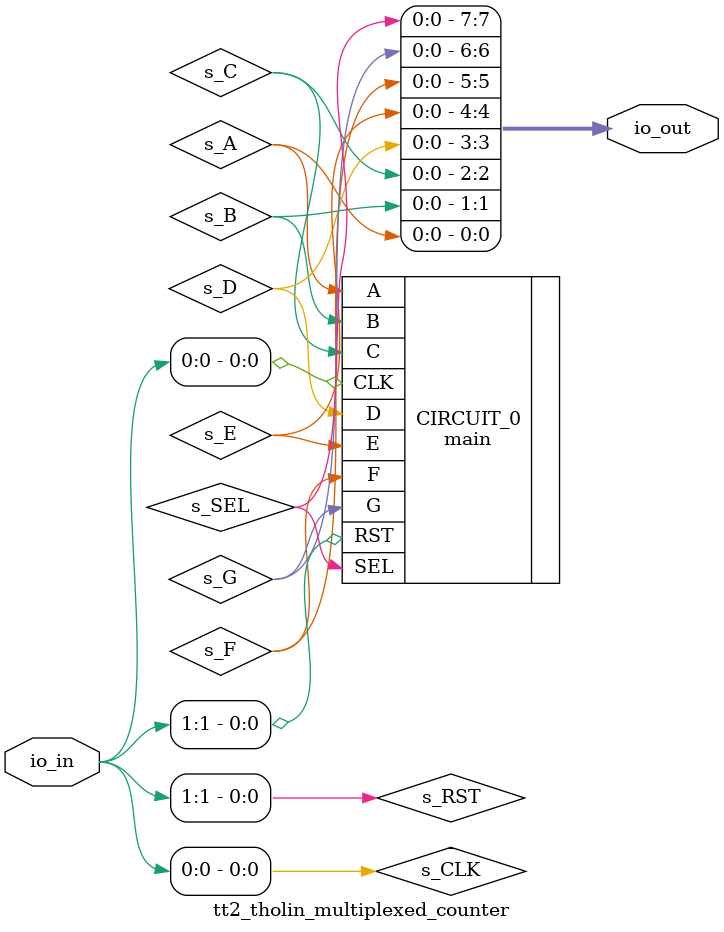
<source format=v>
`default_nettype none
module tt2_tholin_multiplexed_counter(
   input [7:0] io_in,
   output [7:0] io_out
);
   wire s_A;
   wire s_B;
   wire s_C;
   wire s_CLK = io_in[0];
   wire s_D;
   wire s_E;
   wire s_F;
   wire s_G;
   wire s_RST = io_in[1];
   wire s_SEL;

   assign io_out[0] = s_A;
   assign io_out[1] = s_B;
   assign io_out[2] = s_C;
   assign io_out[3] = s_D;
   assign io_out[4] = s_E;
   assign io_out[5] = s_F;
   assign io_out[6] = s_G;
   assign io_out[7] = s_SEL;

   main   CIRCUIT_0 (.A(s_A),
                     .B(s_B),
                     .C(s_C),
                     .CLK(s_CLK),
                     .D(s_D),
                     .E(s_E),
                     .F(s_F),
                     .G(s_G),
                     .RST(s_RST),
                     .SEL(s_SEL));
endmodule

</source>
